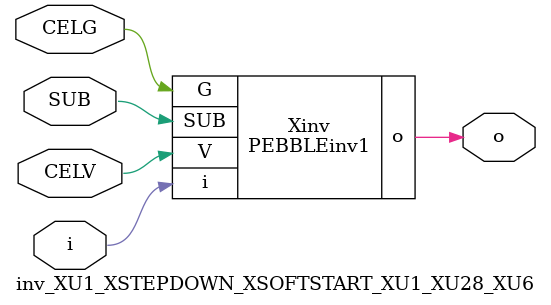
<source format=v>



module PEBBLEinv1 ( o, G, SUB, V, i );

  input V;
  input i;
  input G;
  output o;
  input SUB;
endmodule

//Celera Confidential Do Not Copy inv_XU1_XSTEPDOWN_XSOFTSTART_XU1_XU28_XU6
//Celera Confidential Symbol Generator
//5V Inverter
module inv_XU1_XSTEPDOWN_XSOFTSTART_XU1_XU28_XU6 (CELV,CELG,i,o,SUB);
input CELV;
input CELG;
input i;
input SUB;
output o;

//Celera Confidential Do Not Copy inv
PEBBLEinv1 Xinv(
.V (CELV),
.i (i),
.o (o),
.SUB (SUB),
.G (CELG)
);
//,diesize,PEBBLEinv1

//Celera Confidential Do Not Copy Module End
//Celera Schematic Generator
endmodule

</source>
